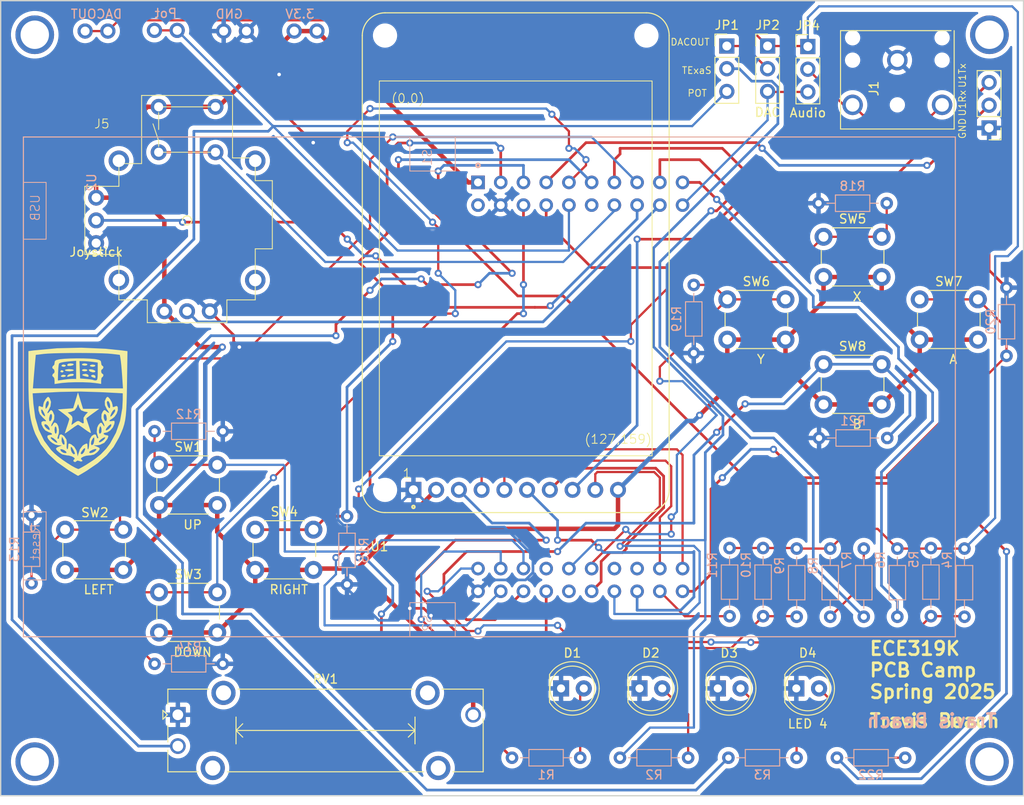
<source format=kicad_pcb>
(kicad_pcb (version 20241229) (generator "pcbnew") (generator_version "9.0")
  (title_block (title "ECE 319K Baseline Project Spring 2025") (date "2025-02-24") (rev "v1.0.1") (company "The University of Texas at Austin"))
  (layers (0 "F.Cu" signal) (2 "B.Cu" signal) (13 "F.Paste" user) (15 "B.Paste" user) (5 "F.SilkS" user "F.Silkscreen") (7 "B.SilkS" user "B.Silkscreen") (1 "F.Mask" user) (3 "B.Mask" user) (25 "Edge.Cuts" user))
  (net 0 "")
  (net 1 "GND")
  (net 2 "+3V3")
  (net 3 "PB9")
  (net 4 "PB15")
  (net 5 "PB8")
  (net 6 "PB7")
  (net 7 "PB6")
  (net 8 "PA13")
  (net 9 "+5V")
  (net 10 "Net-(D1-A)")
  (net 11 "PA25")
  (net 12 "Net-(D2-A)")
  (net 13 "PA8")
  (net 14 "PA26")
  (net 15 "PB24")
  (net 16 "PA27")
  (net 17 "PB2")
  (net 18 "PB3")
  (net 20 "PB12")
  (net 21 "PB17")
  (net 22 "PB0")
  (net 23 "PB16")
  (net 24 "PB19")
  (net 25 "PA22")
  (net 26 "PB18")
  (net 27 "PA18")
  (net 28 "PA24")
  (net 29 "PA17")
  (net 30 "PA16")
  (net 31 "PA15")
  (net 32 "PB4")
  (net 33 "PB1")
  (net 34 "PA28")
  (net 35 "PA31")
  (net 36 "PB20")
  (net 37 "PB13")
  (net 38 "PA10")
  (net 39 "Net-(D3-A)")
  (net 40 "Net-(D4-A)")
  (net 41 "Net-(J1-ring)")
  (net 42 "PB23")
  (net 43 "PA11")
  (net 44 "PA12")
  (net 53 "DACOUT")
  (net 54 "Net-(JP1-A)")
  (net 55 "Net-(R7-Pad1)")
  (footprint "ECE319K:PinHeader_1x03_P2.54mm_Vertical" (layer "F.Cu") (at 161.25 52.33 180)
    (property "Reference" "J3" (hide yes))
    (property "Value" "UART1")
  )
  (footprint "LOGO" (layer "F.Cu") (at 60.25 84.5)
    (property "Reference" "G***" (hide yes))
    (property "Value" "LOGO" (hide yes))
  )
  (footprint "ECE319K:PinHeader_1x03_P2.54mm_Vertical" (layer "F.Cu") (at 141 43.225)
    (property "Reference" "JP4")
    (property "Value" "Audio")
  )
  (footprint "ECE319K:SparkfunJoystick" (layer "F.Cu") (at 61.47 65.2075)
    (property "Reference" "J5")
    (property "Value" "Joystick")
  )
  (footprint "ECE319K:SW_PUSH_6mm" (layer "F.Cu") (at 58 97.25)
    (property "Reference" "SW2")
    (property "Value" "LEFT")
  )
  (footprint "ECE319K:SW_PUSH_6mm" (layer "F.Cu") (at 68.5 90)
    (property "Reference" "SW1")
    (property "Value" "UP")
  )
  (footprint "ECE319K:PTA2043pot" (layer "F.Cu") (at 70.6 117.95)
    (property "Reference" "RV1")
    (property "Value" "PTA2043")
  )
  (footprint "ECE319K:SW_PUSH_6mm" (layer "F.Cu") (at 132 71.5)
    (property "Reference" "SW6")
    (property "Value" "Y")
  )
  (footprint "ECE319K:SW_PUSH_6mm" (layer "F.Cu") (at 153.5 71.5)
    (property "Reference" "SW7")
    (property "Value" "A")
  )
  (footprint "ECE319K:LED_D5.0mm" (layer "F.Cu") (at 139.71 115)
    (property "Reference" "D4")
    (property "Value" "LED 4")
  )
  (footprint "ECE319K:MountingHole_4_40" (layer "F.Cu") (at 161.29 41.91)
    (property "Reference" "H2")
    (property "Value" "~")
  )
  (footprint "ECE319K:MountingHole_4_40" (layer "F.Cu") (at 161.29 123.19)
    (property "Reference" "H4")
    (property "Value" "~")
  )
  (footprint "ECE319K:MountingHole_4_40" (layer "F.Cu") (at 54.61 41.91)
    (property "Reference" "H1")
    (property "Value" "~")
  )
  (footprint "ECE319K:MountingHole_4_40" (layer "F.Cu") (at 54.61 123.19)
    (property "Reference" "H3")
    (property "Value" "~")
  )
  (footprint "ECE319K:LED_D5.0mm" (layer "F.Cu") (at 130.935 115)
    (property "Reference" "D3")
    (property "Value" "LED 3")
  )
  (footprint "ECE319K:SW_PUSH_6mm" (layer "F.Cu") (at 142.75 64.5)
    (property "Reference" "SW5")
    (property "Value" "X")
  )
  (footprint "ECE319K:SW_PUSH_6mm" (layer "F.Cu") (at 79.25 97.25)
    (property "Reference" "SW4")
    (property "Value" "RIGHT")
  )
  (footprint "ECE319K:Jack_3.5mm_CUI_SJ1-3523N_Horizontal" (layer "F.Cu") (at 151 44.75 180)
    (property "Reference" "J1")
    (property "Value" "AudioJack")
  )
  (footprint "ECE319K:SW_PUSH_6mm" (layer "F.Cu") (at 68.5 104.25)
    (property "Reference" "SW3")
    (property "Value" "DOWN")
  )
  (footprint "ECE319K:PinHeader_1x03_P2.54mm_Vertical" (layer "F.Cu") (at 136.5 43.17)
    (property "Reference" "JP2")
    (property "Value" "DAC")
  )
  (footprint "ECE319K:LED_D5.0mm" (layer "F.Cu") (at 113.42 115)
    (property "Reference" "D1")
    (property "Value" "LED 1")
  )
  (footprint "ECE319K:SW_PUSH_6mm" (layer "F.Cu") (at 142.75 78.75)
    (property "Reference" "SW8")
    (property "Value" "B")
  )
  (footprint "ECE319K:PinHeader_1x03_P2.54mm_Vertical" (layer "F.Cu") (at 131.945 43.17)
    (property "Reference" "JP1")
    (property "Value" "TExaS")
  )
  (footprint "ECE319K:LED_D5.0mm" (layer "F.Cu") (at 122.185 115)
    (property "Reference" "D2")
    (property "Value" "LED 2")
  )
  (footprint "ECE319K:adafruit_st7735r" (layer "F.Cu") (at 108.355 67.4)
    (property "Reference" "U1")
    (property "Value" "Adafruit ST7735R")
  )
  (footprint "ECE319K:R_Axial_DIN0204_L3.6mm_D1.6mm_P7.62mm_Horizontal" (layer "B.Cu") (at 132.25 99.305 -90)
    (property "Reference" "R11")
    (property "Value" "12k")
  )
  (footprint "ECE319K:Testpoint_1x02_P2.54mm" (layer "B.Cu") (at 70.525 41.42 90)
    (property "Reference" "TP3")
    (property "Value" "Pot")
  )
  (footprint "ECE319K:R_Axial_DIN0204_L3.6mm_D1.6mm_P7.62mm_Horizontal" (layer "B.Cu") (at 158.5 99.365 -90)
    (property "Reference" "R4")
    (property "Value" "1.5k")
  )
  (footprint "ECE319K:R_Axial_DIN0204_L3.6mm_D1.6mm_P7.62mm_Horizontal" (layer "B.Cu") (at 151 99.365 -90)
    (property "Reference" "R6")
    (property "Value" "1.5k")
  )
  (footprint "ECE319K:ti_LP_MSPM0G3507" (layer "B.Cu") (at 106.68 81.28 -90)
    (property "Reference" "U2")
    (property "Value" "LP-MSPM0G3507")
  )
  (footprint "ECE319K:R_Axial_DIN0204_L3.6mm_D1.6mm_P7.62mm_Horizontal" (layer "B.Cu") (at 149.81 60.75 180)
    (property "Reference" "R18")
    (property "Value" "10k")
  )
  (footprint "ECE319K:R_Axial_DIN0204_L3.6mm_D1.6mm_P7.62mm_Horizontal" (layer "B.Cu") (at 136 99.305 -90)
    (property "Reference" "R10")
    (property "Value" "12k")
  )
  (footprint "ECE319K:R_Axial_DIN0204_L3.6mm_D1.6mm_P7.62mm_Horizontal" (layer "B.Cu") (at 107.94 122.75)
    (property "Reference" "R1")
    (property "Value" "470")
  )
  (footprint "ECE319K:Testpoint_1x02_P2.54mm" (layer "B.Cu") (at 62.775 41.5 90)
    (property "Reference" "TP4")
    (property "Value" "DACOUT")
  )
  (footprint "ECE319K:Testpoint_1x02_P2.54mm" (layer "B.Cu") (at 86.14175 41.5 90)
    (property "Reference" "TP1")
    (property "Value" "3.3V")
  )
  (footprint "ECE319K:R_Axial_DIN0204_L3.6mm_D1.6mm_P7.62mm_Horizontal" (layer "B.Cu") (at 143.5 99.365 -90)
    (property "Reference" "R8")
    (property "Value" "1.5k")
  )
  (footprint "ECE319K:R_Axial_DIN0204_L3.6mm_D1.6mm_P7.62mm_Horizontal" (layer "B.Cu") (at 68 86.25)
    (property "Reference" "R12")
    (property "Value" "10k")
  )
  (footprint "ECE319K:R_Axial_DIN0204_L3.6mm_D1.6mm_P7.62mm_Horizontal" (layer "B.Cu") (at 149.87 87 180)
    (property "Reference" "R21")
    (property "Value" "10k")
  )
  (footprint "ECE319K:Testpoint_1x02_P2.54mm" (layer "B.Cu") (at 78.26 41.5 90)
    (property "Reference" "TP2")
    (property "Value" "GND")
  )
  (footprint "ECE319K:R_Axial_DIN0204_L3.6mm_D1.6mm_P7.62mm_Horizontal" (layer "B.Cu") (at 132.12 122.75)
    (property "Reference" "R3")
    (property "Value" "470")
  )
  (footprint "ECE319K:R_Axial_DIN0204_L3.6mm_D1.6mm_P7.62mm_Horizontal" (layer "B.Cu") (at 128.25 69.88 -90)
    (property "Reference" "R19")
    (property "Value" "10k")
  )
  (footprint "ECE319K:R_Axial_DIN0204_L3.6mm_D1.6mm_P7.62mm_Horizontal" (layer "B.Cu") (at 54.25 103.25 90)
    (property "Reference" "R13")
    (property "Value" "10k")
  )
  (footprint "ECE319K:R_Axial_DIN0204_L3.6mm_D1.6mm_P7.62mm_Horizontal" (layer "B.Cu") (at 120 122.75)
    (property "Reference" "R2")
    (property "Value" "470")
  )
  (footprint "ECE319K:R_Axial_DIN0204_L3.6mm_D1.6mm_P7.62mm_Horizontal" (layer "B.Cu") (at 89.5 95.75 -90)
    (property "Reference" "R15")
    (property "Value" "10k")
  )
  (footprint "ECE319K:R_Axial_DIN0204_L3.6mm_D1.6mm_P7.62mm_Horizontal" (layer "B.Cu") (at 139.75 99.365 -90)
    (property "Reference" "R9")
    (property "Value" "12k")
  )
  (footprint "ECE319K:R_Axial_DIN0204_L3.6mm_D1.6mm_P7.62mm_Horizontal" (layer "B.Cu") (at 68 112.25)
    (property "Reference" "R14")
    (property "Value" "10k")
  )
  (footprint "ECE319K:R_Axial_DIN0204_L3.6mm_D1.6mm_P7.62mm_Horizontal" (layer "B.Cu") (at 163.195 77.81 90)
    (property "Reference" "R20")
    (property "Value" "10k")
  )
  (footprint "ECE319K:R_Axial_DIN0204_L3.6mm_D1.6mm_P7.62mm_Horizontal" (layer "B.Cu") (at 154.75 99.305 -90)
    (property "Reference" "R5")
    (property "Value" "1.5k")
  )
  (footprint "ECE319K:R_Axial_DIN0204_L3.6mm_D1.6mm_P7.62mm_Horizontal" (layer "B.Cu") (at 147.25 99.365 -90)
    (property "Reference" "R7")
    (property "Value" "1.5k")
  )
  (footprint "ECE319K:R_Axial_DIN0204_L3.6mm_D1.6mm_P7.62mm_Horizontal" (layer "B.Cu") (at 144.25 122.75)
    (property "Reference" "R22")
    (property "Value" "470")
  )
  (gr_rect (start 50.8 38.1) (end 165.1 127) (stroke (width 0.15)) (fill no) (layer "Edge.Cuts"))
  (gr_text "U1Rx" (at 158.71 51.075 90) (layer "F.SilkS") (effects (font (size 0.762 0.762) (thickness 0.1016)) (justify left bottom)))
  (gr_text "GND" (at 158.71 53.615 90) (layer "F.SilkS") (effects (font (size 0.762 0.762) (thickness 0.1016)) (justify left bottom)))
  (gr_text "Travis Beach\n" (at 147.75 119.5 0) (layer "F.SilkS") (effects (font (size 1.5 1.5) (thickness 0.3) (bold yes)) (justify left bottom)))
  (gr_text "POT" (at 127.5 48.885 0) (layer "F.SilkS") (effects (font (size 0.762 0.762) (thickness 0.1016)) (justify left bottom)))
  (gr_text "U1Tx" (at 158.71 47.9 90) (layer "F.SilkS") (effects (font (size 0.762 0.762) (thickness 0.1016)) (justify left bottom)))
  (gr_text "ECE319K\nPCB Camp\nSpring 2025" (at 147.75 116.25 0) (layer "F.SilkS") (effects (font (size 1.5 1.5) (thickness 0.3) (bold yes)) (justify left bottom)))
  (gr_text "DACOUT" (at 125.595 43.17 0) (layer "F.SilkS") (effects (font (size 0.762 0.762) (thickness 0.1016)) (justify left bottom)))
  (gr_text "TExaS" (at 126.865 46.345 0) (layer "F.SilkS") (effects (font (size 0.762 0.762) (thickness 0.1016)) (justify left bottom)))
  (gr_text "Travis Beach\n" (at 162.25 119.5 0) (layer "B.SilkS") (effects (font (size 1.5 1.5) (thickness 0.3) (bold yes)) (justify left bottom mirror)))
  (segment (start 85.725 53.975) (end 81.915 50.165) (width 0.3) (layer "F.Cu") (net 1))
  (segment (start 98.07005 106.045) (end 98.882525 106.857475) (width 0.3) (layer "F.Cu") (net 1))
  (segment (start 76.835 76.2) (end 76.835 75.4925) (width 0.3) (layer "F.Cu") (net 1))
  (segment (start 77.47 76.835) (end 76.835 76.2) (width 0.3) (layer "F.Cu") (net 1))
  (segment (start 161.25 68.245) (end 163.195 70.19) (width 0.3) (layer "F.Cu") (net 1))
  (segment (start 76.835 75.4925) (end 74.17 72.8275) (width 0.3) (layer "F.Cu") (net 1))
  (segment (start 81.915 50.165) (end 81.915 46.355) (width 0.3) (layer "F.Cu") (net 1))
  (segment (start 96.52 106.045) (end 98.07005 106.045) (width 0.3) (layer "F.Cu") (net 1))
  (segment (start 161.25 52.33) (end 161.25 68.245) (width 0.3) (layer "F.Cu") (net 1))
  (via (at 85.725 53.975) (size 0.8) (drill 0.4) (layers "F.Cu" "B.Cu") (net 1))
  (via (at 81.915 46.355) (size 0.8) (drill 0.4) (layers "F.Cu" "B.Cu") (net 1))
  (via (at 77.47 76.835) (size 0.8) (drill 0.4) (layers "F.Cu" "B.Cu") (net 1))
  (via (at 98.882525 106.857475) (size 0.8) (drill 0.4) (layers "F.Cu" "B.Cu") (net 1))
  (via (at 96.52 106.045) (size 0.8) (drill 0.4) (layers "F.Cu" "B.Cu") (net 1))
  (segment (start 105.41 102.87) (end 109.450481 102.87) (width 0.3) (layer "B.Cu") (net 1))
  (segment (start 110.281 100.153546) (end 107.088454 96.961) (width 0.3) (layer "B.Cu") (net 1))
  (segment (start 92.974 96.751) (end 89.085372 96.751) (width 0.3) (layer "B.Cu") (net 1))
  (segment (start 104.14 104.14) (end 105.41 102.87) (width 0.3) (layer "B.Cu") (net 1))
  (segment (start 96.925 92.8) (end 92.974 96.751) (width 0.3) (layer "B.Cu") (net 1))
  (segment (start 89.5 103.37) (end 89.5 103.826364) (width 0.3) (layer "B.Cu") (net 1))
  (segment (start 110.281 102.039481) (end 110.281 100.153546) (width 0.3) (layer "B.Cu") (net 1))
  (segment (start 98.882525 106.857475) (end 101.422525 106.857475) (width 0.3) (layer "B.Cu") (net 1))
  (segment (start 88.499 96.164628) (end 88.499 87.864) (width 0.3) (layer "B.Cu") (net 1))
  (segment (start 93.054636 107.381) (end 95.184 107.381) (width 0.3) (layer "B.Cu") (net 1))
  (segment (start 89.085372 96.751) (end 88.499 96.164628) (width 0.3) (layer "B.Cu") (net 1))
  (segment (start 95.316 63.566) (end 85.725 53.975) (width 0.3) (layer "B.Cu") (net 1))
  (segment (start 107.088454 96.961) (end 101.086 96.961) (width 0.3) (layer "B.Cu") (net 1))
  (segment (start 109.450481 102.87) (end 110.281 102.039481) (width 0.3) (layer "B.Cu") (net 1))
  (segment (start 104.074 63.566) (end 95.316 63.566) (width 0.3) (layer "B.Cu") (net 1))
  (segment (start 89.5 103.826364) (end 93.054636 107.381) (width 0.3) (layer "B.Cu") (net 1))
  (segment (start 106.68 60.96) (end 104.074 63.566) (width 0.3) (layer "B.Cu") (net 1))
  (segment (start 81.915 45.155) (end 78.26 41.5) (width 0.3) (layer "B.Cu") (net 1))
  (segment (start 88.499 87.864) (end 77.47 76.835) (width 0.3) (layer "B.Cu") (net 1))
  (segment (start 81.915 46.355) (end 81.915 45.155) (width 0.3) (layer "B.Cu") (net 1))
  (segment (start 101.422525 106.857475) (end 104.14 104.14) (width 0.3) (layer "B.Cu") (net 1))
  (segment (start 101.086 96.961) (end 96.925 92.8) (width 0.3) (layer "B.Cu") (net 1))
  (segment (start 95.184 107.381) (end 96.52 106.045) (width 0.3) (layer "B.Cu") (net 1))
  (segment (start 132 81.36) (end 128.905 84.455) (width 0.5) (layer "F.Cu") (net 2))
  (segment (start 153.5 76) (end 153.5 79) (width 0.5) (layer "F.Cu") (net 2))
  (segment (start 83.60175 41.5) (end 86.14175 41.5) (width 0.5) (layer "F.Cu") (net 2))
  (segment (start 149.25 71.75) (end 153.5 76) (width 0.5) (layer "F.Cu") (net 2))
  (segment (start 75 94.5) (end 75 97.5) (width 0.5) (layer "F.Cu") (net 2))
  (segment (start 79.25 104.5) (end 79.25 101.75) (width 0.5) (layer "F.Cu") (net 2))
  (segment (start 95.4975 96.7675) (end 90.665 101.6) (width 0.5) (layer "F.Cu") (net 2))
  (segment (start 119.38 97.155) (end 95.885 97.155) (width 0.5) (layer "F.Cu") (net 2))
  (segment (start 95.885 97.155) (end 95.4975 96.7675) (width 0.5) (layer "F.Cu") (net 2))
  (segment (start 74.805 49.9675) (end 75.13425 49.9675) (width 0.5) (layer "F.Cu") (net 2))
  (segment (start 68.455 49.9675) (end 74.805 49.9675) (width 0.5) (layer "F.Cu") (net 2))
  (segment (start 149.25 69) (end 149.25 71.75) (width 0.5) (layer "F.Cu") (net 2))
  (segment (start 142.75 83.25) (end 149.25 83.25) (width 0.5) (layer "F.Cu") (net 2))
  (segment (start 73.0975 76.835) (end 69.09 72.8275) (width 0.5) (layer "F.Cu") (net 2))
  (segment (start 67.197765 49.9675) (end 61.47 55.695265) (width 0.5) (layer "F.Cu") (net 2))
  (segment (start 69.09 62.74) (end 69.09 72.8275) (width 0.5) (layer "F.Cu") (net 2))
  (segment (start 75 94.5) (end 68.5 94.5) (width 0.5) (layer "F.Cu") (net 2))
  (segment (start 75.13425 49.9675) (end 83.60175 41.5) (width 0.5) (layer "F.Cu") (net 2))
  (segment (start 138.5 79) (end 142.75 83.25) (width 0.5) (layer "F.Cu") (net 2))
  (segment (start 85.9 101.6) (end 85.75 101.75) (width 0.5) (layer "F.Cu") (net 2))
  (segment (start 132 76) (end 132 81.36) (width 0.5) (layer "F.Cu") (net 2))
  (segment (start 153.5 76) (end 160 76) (width 0.5) (layer "F.Cu") (net 2))
  (segment (start 61.47 55.695265) (end 61.47 60.1275) (width 0.5) (layer "F.Cu") (net 2))
  (segment (start 119.785 96.75) (end 119.38 97.155) (width 0.5) (layer "F.Cu") (net 2))
  (segment (start 86.14175 41.5) (end 103.06175 58.42) (width 0.5) (layer "F.Cu") (net 2))
  (segment (start 75 97.5) (end 79.25 101.75) (width 0.5) (layer "F.Cu") (net 2))
  (segment (start 103.06175 58.42) (end 104.14 58.42) (width 0.5) (layer "F.Cu") (net 2))
  (segment (start 66.4775 60.1275) (end 69.09 62.74) (width 0.5) (layer "F.Cu") (net 2))
  (segment (start 103.6 114.535) (end 90.665 101.6) (width 0.5) (layer "F.Cu") (net 2))
  (segment (start 61.47 60.1275) (end 66.4775 60.1275) (width 0.5) (layer "F.Cu") (net 2))
  (segment (start 75 108.75) (end 79.25 104.5) (width 0.5) (layer "F.Cu") (net 2))
  (segment (start 142.75 71.75) (end 138.5 76) (width 0.5) (layer "F.Cu") (net 2))
  (segment (start 99.465 92.8) (end 95.4975 96.7675) (width 0.5) (layer "F.Cu") (net 2))
  (segment (start 153.5 79) (end 149.25 83.25) (width 0.5) (layer "F.Cu") (net 2))
  (segment (start 90.665 101.6) (end 85.9 101.6) (width 0.5) (layer "F.Cu") (net 2))
  (segment (start 58 101.75) (end 64.5 101.75) (width 0.5) (layer "F.Cu") (net 2))
  (segment (start 103.6 117.95) (end 103.6 114.535) (width 0.5) (layer "F.Cu") (net 2))
  (segment (start 142.75 69) (end 142.75 71.75) (width 0.5) (layer "F.Cu") (net 2))
  (segment (start 138.5 76) (end 132 76) (width 0.5) (layer "F.Cu") (net 2))
  (segment (start 68.5 108.75) (end 75 108.75) (width 0.5) (layer "F.Cu") (net 2))
  (segment (start 138.5 76) (end 138.5 79) (width 0.5) (layer "F.Cu") (net 2))
  (segment (start 142.75 69) (end 149.25 69) (width 0.5) (layer "F.Cu") (net 2))
  (segment (start 119.785 92.8) (end 119.785 96.75) (width 0.5) (layer "F.Cu") (net 2))
  (segment (start 85.75 101.75) (end 79.25 101.75) (width 0.5) (layer "F.Cu") (net 2))
  (segment (start 68.5 94.5) (end 68.5 97.75) (width 0.5) (layer "F.Cu") (net 2))
  (segment (start 68.455 49.9675) (end 67.197765 49.9675) (width 0.5) (layer "F.Cu") (net 2))
  (segment (start 75.565 76.835) (end 73.0975 76.835) (width 0.5) (layer "F.Cu") (net 2))
  (segment (start 68.5 97.75) (end 64.5 101.75) (width 0.5) (layer "F.Cu") (net 2))
  (via (at 75.565 76.835) (size 0.8) (drill 0.4) (layers "F.Cu" "B.Cu") (net 2))
  (via (at 128.905 84.455) (size 0.8) (drill 0.4) (layers "F.Cu" "B.Cu") (net 2))
  (segment (start 68.5 94.5) (end 73.66 89.34) (width 0.5) (layer "B.Cu") (net 2))
  (segment (start 73.66 89.34) (end 73.66 78.74) (width 0.5) (layer "B.Cu") (net 2))
  (segment (start 73.66 78.74) (end 75.565 76.835) (width 0.5) (layer "B.Cu") (net 2))
  (segment (start 127.495 85.09) (end 119.785 92.8) (width 0.5) (layer "B.Cu") (net 2))
  (segment (start 128.27 85.09) (end 127.495 85.09) (width 0.5) (layer "B.Cu") (net 2))
  (segment (start 128.905 84.455) (end 128.27 85.09) (width 0.5) (layer "B.Cu") (net 2))
  (segment (start 119.38 55.88) (end 119.38 58.42) (width 0.3) (layer "F.Cu") (net 3))
  (segment (start 120.015 55.245) (end 119.38 55.88) (width 0.3) (layer "F.Cu") (net 3))
  (segment (start 131.445 54.61) (end 120.015 54.61) (width 0.3) (layer "F.Cu") (net 3))
  (segment (start 121.92 64.77) (end 128.905 64.77) (width 0.3) (layer "F.Cu") (net 3))
  (segment (start 135.255 58.42) (end 131.445 54.61) (width 0.3) (layer "F.Cu") (net 3))
  (segment (start 128.905 64.77) (end 135.255 58.42) (width 0.3) (layer "F.Cu") (net 3))
  (segment (start 120.015 54.61) (end 120.015 55.245) (width 0.3) (layer "F.Cu") (net 3))
  (via (at 121.92 64.77) (size 0.8) (drill 0.4) (layers "F.Cu" "B.Cu") (net 3))
  (segment (start 121.92 85.585) (end 121.92 64.77) (width 0.3) (layer "B.Cu") (net 3))
  (segment (start 114.705 92.8) (end 121.92 85.585) (width 0.3) (layer "B.Cu") (net 3))
  (segment (start 111.76 109.855) (end 111.76 104.14) (width 0.3) (layer "F.Cu") (net 4))
  (segment (start 111.76 98.425) (end 101.6 98.425) (width 0.3) (layer "F.Cu") (net 4))
  (segment (start 96.52 103.505) (end 102.87 109.855) (width 0.3) (layer "F.Cu") (net 4))
  (segment (start 102.87 109.855) (end 111.76 109.855) (width 0.3) (layer "F.Cu") (net 4))
  (segment (start 101.6 98.425) (end 96.52 103.505) (width 0.3) (layer "F.Cu") (net 4))
  (via (at 111.76 98.425) (size 0.8) (drill 0.4) (layers "F.Cu" "B.Cu") (net 4))
  (segment (start 105.715 96.51) (end 109.845 96.51) (width 0.3) (layer "B.Cu") (net 4))
  (segment (start 102.005 92.8) (end 105.715 96.51) (width 0.3) (layer "B.Cu") (net 4))
  (segment (start 109.845 96.51) (end 111.76 98.425) (width 0.3) (layer "B.Cu") (net 4))
  (segment (start 120.305364 99.801) (end 120.716 99.390364) (width 0.3) (layer "F.Cu") (net 5))
  (segment (start 120.716 98.961454) (end 124.886 94.791454) (width 0.3) (layer "F.Cu") (net 5))
  (segment (start 117.901 100.803364) (end 118.903364 99.801) (width 0.3) (layer "F.Cu") (net 5))
  (segment (start 124.886 91.263545) (end 124.001454 90.379) (width 0.3) (layer "F.Cu") (net 5))
  (segment (start 118.903364 99.801) (end 120.305364 99.801) (width 0.3) (layer "F.Cu") (net 5))
  (segment (start 117.901 103.079) (end 117.901 100.803364) (width 0.3) (layer "F.Cu") (net 5))
  (segment (start 114.586 90.379) (end 112.165 92.8) (width 0.3) (layer "F.Cu") (net 5))
  (segment (start 116.84 104.14) (end 117.901 103.079) (width 0.3) (layer "F.Cu") (net 5))
  (segment (start 124.886 94.791454) (end 124.886 91.263545) (width 0.3) (layer "F.Cu") (net 5))
  (segment (start 120.716 99.390364) (end 120.716 98.961454) (width 0.3) (layer "F.Cu") (net 5))
  (segment (start 124.001454 90.379) (end 114.586 90.379) (width 0.3) (layer "F.Cu") (net 5))
  (segment (start 120.015 99.06) (end 120.015 99.1) (width 0.25) (layer "F.Cu") (net 6))
  (segment (start 117.245 91.035) (end 117.475 90.805) (width 0.25) (layer "F.Cu") (net 6))
  (segment (start 117.475 90.805) (end 123.825 90.805) (width 0.25) (layer "F.Cu") (net 6))
  (segment (start 117.245 92.8) (end 117.245 91.035) (width 0.25) (layer "F.Cu") (net 6))
  (segment (start 124.46 94.615) (end 120.015 99.06) (width 0.25) (layer "F.Cu") (net 6))
  (segment (start 124.46 91.44) (end 124.46 94.615) (width 0.25) (layer "F.Cu") (net 6))
  (segment (start 123.825 90.805) (end 124.46 91.44) (width 0.25) (layer "F.Cu") (net 6))
  (via (at 120.015 99.1) (size 0.8) (drill 0.4) (layers "F.Cu" "B.Cu") (net 6))
  (segment (start 120.015 99.1) (end 120.055 99.06) (width 0.25) (layer "B.Cu") (net 6))
  (segment (start 128.905 99.695) (end 128.905 105.41) (width 0.25) (layer "B.Cu") (net 6))
  (segment (start 120.055 99.06) (end 128.27 99.06) (width 0.25) (layer "B.Cu") (net 6))
  (segment (start 119.38 106.68) (end 119.38 104.14) (width 0.25) (layer "B.Cu") (net 6))
  (segment (start 128.27 99.06) (end 128.905 99.695) (width 0.25) (layer "B.Cu") (net 6))
  (segment (start 127.635 106.68) (end 119.38 106.68) (width 0.25) (layer "B.Cu") (net 6))
  (segment (start 128.905 105.41) (end 127.635 106.68) (width 0.25) (layer "B.Cu") (net 6))
  (segment (start 116.8 98.425) (end 117.614798 99.239798) (width 0.3) (layer "F.Cu") (net 7))
  (segment (start 113.03 98.425) (end 116.8 98.425) (width 0.3) (layer "F.Cu") (net 7))
  (via (at 113.03 98.425) (size 0.8) (drill 0.4) (layers "F.Cu" "B.Cu") (net 7))
  (via (at 117.614798 99.239798) (size 0.8) (drill 0.4) (layers "F.Cu" "B.Cu") (net 7))
  (segment (start 128.27 99.695) (end 128.27 104.775) (width 0.3) (layer "B.Cu") (net 7))
  (segment (start 121.92 106.254) (end 121.92 104.14) (width 0.3) (layer "B.Cu") (net 7))
  (segment (start 126.791 106.254) (end 121.92 106.254) (width 0.3) (layer "B.Cu") (net 7))
  (segment (start 128.27 104.775) (end 126.791 106.254) (width 0.3) (layer "B.Cu") (net 7))
  (segment (start 128.164 99.801) (end 128.27 99.695) (width 0.3) (layer "B.Cu") (net 7))
  (segment (start 117.614798 99.239798) (end 118.176 99.801) (width 0.3) (layer "B.Cu") (net 7))
  (segment (start 118.176 99.801) (end 128.164 99.801) (width 0.3) (layer "B.Cu") (net 7))
  (segment (start 109.625 92.8) (end 113.03 96.205) (width 0.3) (layer "B.Cu") (net 7))
  (segment (start 113.03 96.205) (end 113.03 98.425) (width 0.3) (layer "B.Cu") (net 7))
  (segment (start 127 88.9) (end 126.365 88.265) (width 0.25) (layer "F.Cu") (net 8))
  (segment (start 104.545 89.13) (end 104.545 92.8) (width 0.25) (layer "F.Cu") (net 8))
  (segment (start 104.775 88.9) (end 104.545 89.13) (width 0.25) (layer "F.Cu") (net 8))
  (segment (start 127 101.6) (end 127 88.9) (width 0.25) (layer "F.Cu") (net 8))
  (segment (start 126.365 88.265) (end 104.775 88.265) (width 0.25) (layer "F.Cu") (net 8))
  (segment (start 104.775 88.265) (end 104.775 88.9) (width 0.25) (layer "F.Cu") (net 8))
  (segment (start 115.56 115.4) (end 115.96 115) (width 0.25) (layer "F.Cu") (net 10))
  (segment (start 115.56 122.75) (end 115.56 115.4) (width 0.25) (layer "F.Cu") (net 10))
  (segment (start 85.75 97.25) (end 87.25 95.75) (width 0.3) (layer "F.Cu") (net 11))
  (segment (start 94.615 76.2) (end 94.615 71.12) (width 0.3) (layer "F.Cu") (net 11))
  (segment (start 93.98 64.135) (end 93.98 55.245) (width 0.3) (layer "F.Cu") (net 11))
  (segment (start 87.25 95.75) (end 89.5 95.75) (width 0.3) (layer "F.Cu") (net 11))
  (segment (start 95.21 54.015) (end 96.52 54.015) (width 0.3) (layer "F.Cu") (net 11))
  (segment (start 85.75 97.25) (end 79.25 97.25) (width 0.3) (layer "F.Cu") (net 11))
  (segment (start 90.805 67.31) (end 93.98 64.135) (width 0.3) (layer "F.Cu") (net 11))
  (segment (start 106.68 54.61) (end 106.68 58.42) (width 0.3) (layer "F.Cu") (net 11))
  (segment (start 93.98 55.245) (end 95.21 54.015) (width 0.3) (layer "F.Cu") (net 11))
  (segment (start 94.615 71.12) (end 90.805 67.31) (width 0.3) (layer "F.Cu") (net 11))
  (via (at 106.68 54.61) (size 0.8) (drill 0.4) (layers "F.Cu" "B.Cu") (net 11))
  (via (at 96.52 54.015) (size 0.8) (drill 0.4) (layers "F.Cu" "B.Cu") (net 11))
  (via (at 94.615 76.2) (size 0.8) (drill 0.4) (layers "F.Cu" "B.Cu") (net 11))
  (segment (start 96.52 54.015) (end 106.085 54.015) (width 0.3) (layer "B.Cu") (net 11))
  (segment (start 89.5 81.315) (end 94.615 76.2) (width 0.3) (layer "B.Cu") (net 11))
  (segment (start 89.5 95.75) (end 89.5 81.315) (width 0.3) (layer "B.Cu") (net 11))
  (segment (start 106.085 54.015) (end 106.68 54.61) (width 0.3) (layer "B.Cu") (net 11))
  (segment (start 127.62 117.895) (end 124.725 115) (width 0.25) (layer "F.Cu") (net 12))
  (segment (start 127.62 122.75) (end 127.62 117.895) (width 0.25) (layer "F.Cu") (net 12))
  (segment (start 135.255 53.975) (end 116.205 53.975) (width 0.3) (layer "F.Cu") (net 13))
  (segment (start 161.25 49.79) (end 154.525 56.515) (width 0.3) (layer "F.Cu") (net 13))
  (segment (start 135.89 54.61) (end 135.255 53.975) (width 0.3) (layer "F.Cu") (net 13))
  (segment (start 116.205 53.975) (end 111.76 58.42) (width 0.3) (layer "F.Cu") (net 13))
  (segment (start 154.525 56.515) (end 154.305 56.515) (width 0.3) (layer "F.Cu") (net 13))
  (via (at 135.89 54.61) (size 0.8) (drill 0.4) (layers "F.Cu" "B.Cu") (net 13))
  (via (at 154.305 56.515) (size 0.8) (drill 0.4) (layers "F.Cu" "B.Cu") (net 13))
  (segment (start 137.795 56.515) (end 135.89 54.61) (width 0.3) (layer "B.Cu") (net 13))
  (segment (start 154.305 56.515) (end 137.795 56.515) (width 0.3) (layer "B.Cu") (net 13))
  (segment (start 89.535 52.705) (end 92.075 50.165) (width 0.25) (layer "F.Cu") (net 14))
  (segment (start 112.395 50.8) (end 114.3 52.705) (width 0.25) (layer "F.Cu") (net 14))
  (segment (start 99.695 68.58) (end 99.695 63.5) (width 0.25) (layer "F.Cu") (net 14))
  (segment (start 68.5 104.25) (end 65.295 104.25) (width 0.25) (layer "F.Cu") (net 14))
  (segment (start 114.3 52.705) (end 114.3 54.61) (width 0.25) (layer "F.Cu") (net 14))
  (segment (start 89.535 53.975) (end 89.535 52.705) (width 0.25) (layer "F.Cu") (net 14))
  (segment (start 99.63 73.09) (end 101.6 73.09) (width 0.25) (layer "F.Cu") (net 14))
  (segment (start 68.5 104.25) (end 75 104.25) (width 0.25) (layer "F.Cu") (net 14))
  (segment (start 116.205 55.88) (end 116.205 56.515) (width 0.25) (layer "F.Cu") (net 14))
  (segment (start 116.205 56.515) (end 114.3 58.42) (width 0.25) (layer "F.Cu") (net 14))
  (segment (start 99.695 63.5) (end 99.06 62.865) (width 0.25) (layer "F.Cu") (net 14))
  (segment (start 81.28 91.44) (end 99.63 73.09) (width 0.25) (layer "F.Cu") (net 14))
  (segment (start 65.295 104.25) (end 64.77 104.775) (width 0.25) (layer "F.Cu") (net 14))
  (segment (start 64.77 104.775) (end 64.77 109.02) (width 0.25) (layer "F.Cu") (net 14))
  (segment (start 64.77 109.02) (end 68 112.25) (width 0.25) (layer "F.Cu") (net 14))
  (via (at 112.395 50.8) (size 0.8) (drill 0.4) (layers "F.Cu" "B.Cu") (net 14))
  (via (at 89.535 53.975) (size 0.8) (drill 0.4) (layers "F.Cu" "B.Cu") (net 14))
  (via (at 92.075 50.165) (size 0.8) (drill 0.4) (layers "F.Cu" "B.Cu") (net 14))
  (via (at 99.695 68.58) (size 0.8) (drill 0.4) (layers "F.Cu" "B.Cu") (net 14))
  (via (at 114.3 54.61) (size 0.8) (drill 0.4) (layers "F.Cu" "B.Cu") (net 14))
  (via (at 99.06 62.865) (size 0.8) (drill 0.4) (layers "F.Cu" "B.Cu") (net 14))
  (via (at 101.6 73.09) (size 0.8) (drill 0.4) (layers "F.Cu" "B.Cu") (net 14))
  (via (at 116.205 55.88) (size 0.8) (drill 0.4) (layers "F.Cu" "B.Cu") (net 14))
  (via (at 81.28 91.44) (size 0.8) (drill 0.4) (layers "F.Cu" "B.Cu") (net 14))
  (segment (start 101.6 73.09) (end 101.6 70.485) (width 0.25) (layer "B.Cu") (net 14))
  (segment (start 111.76 50.165) (end 112.395 50.8) (width 0.25) (layer "B.Cu") (net 14))
  (segment (start 114.935 54.61) (end 116.205 55.88) (width 0.25) (layer "B.Cu") (net 14))
  (segment (start 92.075 50.165) (end 111.76 50.165) (width 0.25) (layer "B.Cu") (net 14))
  (segment (start 101.6 70.485) (end 99.695 68.58) (width 0.25) (layer "B.Cu") (net 14))
  (segment (start 114.3 54.61) (end 114.935 54.61) (width 0.25) (layer "B.Cu") (net 14))
  (segment (start 90.17 53.975) (end 89.535 53.975) (width 0.25) (layer "B.Cu") (net 14))
  (segment (start 116.205 55.88) (end 116.064975 56.020025) (width 0.25) (layer "B.Cu") (net 14))
  (segment (start 75 97.72) (end 81.28 91.44) (width 0.25) (layer "B.Cu") (net 14))
  (segment (start 75 104.25) (end 75 97.72) (width 0.25) (layer "B.Cu") (net 14))
  (segment (start 99.06 62.865) (end 90.17 53.975) (width 0.25) (layer "B.Cu") (net 14))
  (segment (start 108.585 71.12) (end 95.25 57.785) (width 0.3) (layer "F.Cu") (net 15))
  (segment (start 95.25 57.785) (end 95.25 55.88) (width 0.3) (layer "F.Cu") (net 15))
  (segment (start 113.665 71.12) (end 108.585 71.12) (width 0.3) (layer "F.Cu") (net 15))
  (segment (start 155.575 92.075) (end 134.62 92.075) (width 0.3) (layer "F.Cu") (net 15))
  (segment (start 134.62 92.075) (end 113.665 71.12) (width 0.3) (layer "F.Cu") (net 15))
  (segment (start 163.195 99.695) (end 155.575 92.075) (width 0.3) (layer "F.Cu") (net 15))
  (via (at 163.195 99.695) (size 0.8) (drill 0.4) (layers "F.Cu" "B.Cu") (net 15))
  (via (at 95.25 55.88) (size 0.8) (drill 0.4) (layers "F.Cu" "B.Cu") (net 15))
  (segment (start 161.29 117.475) (end 163.195 115.57) (width 0.3) (layer "B.Cu") (net 15))
  (segment (start 163.195 115.57) (end 163.195 99.695) (width 0.3) (layer "B.Cu") (net 15))
  (segment (start 153.67 125.095) (end 161.29 117.475) (width 0.3) (layer "B.Cu") (net 15))
  (segment (start 146.595 125.095) (end 153.67 125.095) (width 0.3) (layer "B.Cu") (net 15))
  (segment (start 114.3 55.88) (end 116.84 58.42) (width 0.3) (layer "B.Cu") (net 15))
  (segment (start 95.25 55.88) (end 114.3 55.88) (width 0.3) (layer "B.Cu") (net 15))
  (segment (start 144.25 122.75) (end 146.595 125.095) (width 0.3) (layer "B.Cu") (net 15))
  (segment (start 70.485 78.105) (end 77.47 78.105) (width 0.25) (layer "F.Cu") (net 16))
  (segment (start 92.075 63.5) (end 92.075 55.88) (width 0.25) (layer "F.Cu") (net 16))
  (segment (start 54.25 103.25) (end 54.25 101) (width 0.25) (layer "F.Cu") (net 16))
  (segment (start 54.25 101) (end 58 97.25) (width 0.25) (layer "F.Cu") (net 16))
  (segment (start 69.215 78.105) (end 70.485 78.105) (width 0.25) (layer "F.Cu") (net 16))
  (segment (start 64.135 96.885) (end 64.135 83.185) (width 0.25) (layer "F.Cu") (net 16))
  (segment (start 64.135 83.185) (end 69.215 78.105) (width 0.25) (layer "F.Cu") (net 16))
  (segment (start 64.5 97.25) (end 58 97.25) (width 0.25) (layer "F.Cu") (net 16))
  (segment (start 77.47 78.105) (end 92.075 63.5) (width 0.25) (layer "F.Cu") (net 16))
  (segment (start 92.075 55.88) (end 94.615 53.34) (width 0.25) (layer "F.Cu") (net 16))
  (segment (start 64.5 97.25) (end 64.135 96.885) (width 0.25) (layer "F.Cu") (net 16))
  (via (at 94.615 53.34) (size 0.8) (drill 0.4) (layers "F.Cu" "B.Cu") (net 16))
  (segment (start 94.615 53.34) (end 116.84 53.34) (width 0.25) (layer "B.Cu") (net 16))
  (segment (start 116.84 53.34) (end 121.92 58.42) (width 0.25) (layer "B.Cu") (net 16))
  (segment (start 130.175 61.595) (end 130.81 61.595) (width 0.3) (layer "F.Cu") (net 17))
  (segment (start 128.905 55.88) (end 124.46 55.88) (width 0.3) (layer "F.Cu") (net 17))
  (segment (start 130.81 61.595) (end 132.715 59.69) (width 0.3) (layer "F.Cu") (net 17))
  (segment (start 124.46 55.88) (end 124.46 58.42) (width 0.3) (layer "F.Cu") (net 17))
  (segment (start 132.715 59.69) (end 128.905 55.88) (width 0.3) (layer "F.Cu") (net 17))
  (via (at 130.175 61.595) (size 0.8) (drill 0.4) (layers "F.Cu" "B.Cu") (net 17))
  (segment (start 134.62 86.995) (end 124.46 76.835) (width 0.3) (layer "B.Cu") (net 17))
  (segment (start 137.16 86.995) (end 134.62 86.995) (width 0.3) (layer "B.Cu") (net 17))
  (segment (start 141.605 100.965) (end 141.605 91.44) (width 0.3) (layer "B.Cu") (net 17))
  (segment (start 141.605 91.44) (end 137.16 86.995) (width 0.3) (layer "B.Cu") (net 17))
  (segment (start 124.46 67.31) (end 129.54 62.23) (width 0.3) (layer "B.Cu") (net 17))
  (segment (start 141.605 101.34) (end 141.605 100.965) (width 0.3) (layer "B.Cu") (net 17))
  (segment (start 129.54 62.23) (end 130.175 61.595) (width 0.3) (layer "B.Cu") (net 17))
  (segment (start 147.25 106.985) (end 141.605 101.34) (width 0.3) (layer "B.Cu") (net 17))
  (segment (start 124.46 76.835) (end 124.46 67.31) (width 0.3) (layer "B.Cu") (net 17))
  (segment (start 128.905 58.42) (end 127 58.42) (width 0.3) (layer "F.Cu") (net 18))
  (segment (start 130.81 60.325) (end 128.905 58.42) (width 0.3) (layer "F.Cu") (net 18))
  (via (at 130.81 60.325) (size 0.8) (drill 0.4) (layers "F.Cu" "B.Cu") (net 18))
  (segment (start 141.605 72.39) (end 141.605 71.12) (width 0.3) (layer "B.Cu") (net 18))
  (segment (start 153.67 80.645) (end 151.13 78.105) (width 0.3) (layer "B.Cu") (net 18))
  (segment (start 151 105.28) (end 149.225 103.505) (width 0.3) (layer "B.Cu") (net 18))
  (segment (start 151 106.985) (end 151 105.28) (width 0.3) (layer "B.Cu") (net 18))
  (segment (start 151.13 78.105) (end 151.13 76.835) (width 0.3) (layer "B.Cu") (net 18))
  (segment (start 154.94 85.09) (end 154.94 81.915) (width 0.3) (layer "B.Cu") (net 18))
  (segment (start 149.225 90.805) (end 154.94 85.09) (width 0.3) (layer "B.Cu") (net 18))
  (segment (start 138.43 67.945) (end 130.81 60.325) (width 0.3) (layer "B.Cu") (net 18))
  (segment (start 149.225 103.505) (end 149.225 90.805) (width 0.3) (layer "B.Cu") (net 18))
  (segment (start 141.605 71.12) (end 138.43 67.945) (width 0.3) (layer "B.Cu") (net 18))
  (segment (start 146.685 72.39) (end 141.605 72.39) (width 0.3) (layer "B.Cu") (net 18))
  (segment (start 154.94 81.915) (end 153.67 80.645) (width 0.3) (layer "B.Cu") (net 18))
  (segment (start 151.13 76.835) (end 146.685 72.39) (width 0.3) (layer "B.Cu") (net 18))
  (segment (start 142.75 64.5) (end 149.25 64.5) (width 0.25) (layer "F.Cu") (net 20))
  (segment (start 149.81 63.94) (end 149.25 64.5) (width 0.25) (layer "F.Cu") (net 20))
  (segment (start 90.805 92.71) (end 90.805 97.83) (width 0.25) (layer "F.Cu") (net 20))
  (segment (start 130.175 67.31) (end 128.27 67.31) (width 0.25) (layer "F.Cu") (net 20))
  (segment (start 90.805 97.83) (end 88.265 100.37) (width 0.25) (layer "F.Cu") (net 20))
  (segment (start 128.27 67.31) (end 121.22 74.36) (width 0.25) (layer "F.Cu") (net 20))
  (segment (start 121.22 74.36) (end 121.22 76.2) (width 0.25) (layer "F.Cu") (net 20))
  (segment (start 142.75 64.5) (end 139.94 67.31) (width 0.25) (layer "F.Cu") (net 20))
  (segment (start 149.81 60.75) (end 149.81 63.94) (width 0.25) (layer "F.Cu") (net 20))
  (segment (start 139.94 67.31) (end 130.175 67.31) (width 0.25) (layer "F.Cu") (net 20))
  (via (at 88.265 100.37) (size 0.8) (drill 0.4) (layers "F.Cu" "B.Cu") (net 20))
  (via (at 90.805 92.71) (size 0.8) (drill 0.4) (layers "F.Cu" "B.Cu") (net 20))
  (via (at 121.22 76.2) (size 0.8) (drill 0.4) (layers "F.Cu" "B.Cu") (net 20))
  (segment (start 88.265 100.37) (end 88.265 102.235) (width 0.25) (layer "B.Cu") (net 20))
  (segment (start 121.22 76.2) (end 107.315 76.2) (width 0.25) (layer "B.Cu") (net 20))
  (segment (start 86.995 107.95) (end 102.87 107.95) (width 0.25) (layer "B.Cu") (net 20))
  (segment (start 86.995 103.505) (end 86.995 107.95) (width 0.25) (layer "B.Cu") (net 20))
  (segment (start 88.265 102.235) (end 86.995 103.505) (width 0.25) (layer "B.Cu") (net 20))
  (segment (start 102.87 107.95) (end 106.68 104.14) (width 0.25) (layer "B.Cu") (net 20))
  (segment (start 107.315 76.2) (end 90.805 92.71) (width 0.25) (layer "B.Cu") (net 20))
  (segment (start 100.33 104.775) (end 102.87 107.315) (width 0.3) (layer "F.Cu") (net 21))
  (segment (start 106.045 107.315) (end 109.22 104.14) (width 0.3) (layer "F.Cu") (net 21))
  (segment (start 113.03 99.695) (end 102.87 99.695) (width 0.3) (layer "F.Cu") (net 21))
  (segment (start 100.33 102.235) (end 100.33 104.775) (width 0.3) (layer "F.Cu") (net 21))
  (segment (start 102.87 107.315) (end 106.045 107.315) (width 0.3) (layer "F.Cu") (net 21))
  (segment (start 102.87 99.695) (end 100.33 102.235) (width 0.3) (layer "F.Cu") (net 21))
  (segment (start 133.985 83.185) (end 130.81 86.36) (width 0.3) (layer "F.Cu") (net 21))
  (via (at 113.03 99.695) (size 0.8) (drill 0.4) (layers "F.Cu" "B.Cu") (net 21))
  (via (at 130.81 86.36) (size 0.8) (drill 0.4) (layers "F.Cu" "B.Cu") (net 21))
  (via (at 133.985 83.185) (size 0.8) (drill 0.4) (layers "F.Cu" "B.Cu") (net 21))
  (segment (start 142.75 78.75) (end 149.25 78.75) (width 0.3) (layer "B.Cu") (net 21))
  (segment (start 138.315 83.185) (end 133.985 83.185) (width 0.3) (layer "B.Cu") (net 21))
  (segment (start 128.27 88.9) (end 128.27 96.52) (width 0.3) (layer "B.Cu") (net 21))
  (segment (start 149.87 87) (end 152.4 84.47) (width 0.3) (layer "B.Cu") (net 21))
  (segment (start 130.81 86.36) (end 128.27 88.9) (width 0.3) (layer "B.Cu") (net 21))
  (segment (start 128.27 96.52) (end 116.205 96.52) (width 0.3) (layer "B.Cu") (net 21))
  (segment (start 116.205 96.52) (end 113.03 99.695) (width 0.3) (layer "B.Cu") (net 21))
  (segment (start 152.4 81.9) (end 149.25 78.75) (width 0.3) (layer "B.Cu") (net 21))
  (segment (start 142.75 78.75) (end 138.315 83.185) (width 0.3) (layer "B.Cu") (net 21))
  (segment (start 152.4 84.47) (end 152.4 81.9) (width 0.3) (layer "B.Cu") (net 21))
  (segment (start 127.245 106.925) (end 124.46 104.14) (width 0.25) (layer "F.Cu") (net 22))
  (segment (start 132.25 106.925) (end 127.245 106.925) (width 0.25) (layer "F.Cu") (net 22))
  (segment (start 139.7 91.44) (end 149.86 91.44) (width 0.3) (layer "F.Cu") (net 23))
  (segment (start 128.27 104.14) (end 130.175 102.235) (width 0.3) (layer "F.Cu") (net 23))
  (segment (start 137.16 88.265) (end 139.7 90.805) (width 0.3) (layer "F.Cu") (net 23))
  (segment (start 139.7 90.805) (end 139.7 91.44) (width 0.3) (layer "F.Cu") (net 23))
  (segment (start 130.175 102.235) (end 130.175 92.71) (width 0.3) (layer "F.Cu") (net 23))
  (segment (start 153.5 71.5) (end 160 71.5) (width 0.25) (layer "F.Cu") (net 23))
  (segment (start 163.195 74.695) (end 163.195 77.81) (width 0.25) (layer "F.Cu") (net 23))
  (segment (start 160 71.5) (end 163.195 74.695) (width 0.25) (layer "F.Cu") (net 23))
  (segment (start 163.195 77.81) (end 149.86 91.145) (width 0.25) (layer "F.Cu") (net 23))
  (segment (start 127 104.14) (end 128.27 104.14) (width 0.3) (layer "F.Cu") (net 23))
  (segment (start 149.86 91.145) (end 149.86 91.44) (width 0.25) (layer "F.Cu") (net 23))
  (segment (start 130.175 92.71) (end 131.445 91.44) (width 0.3) (layer "F.Cu") (net 23))
  (via (at 131.445 91.44) (size 0.8) (drill 0.4) (layers "F.Cu" "B.Cu") (net 23))
  (via (at 137.16 88.265) (size 0.8) (drill 0.4) (layers "F.Cu" "B.Cu") (net 23))
  (segment (start 134.62 88.265) (end 137.16 88.265) (width 0.3) (layer "B.Cu") (net 23))
  (segment (start 131.445 91.44) (end 134.62 88.265) (width 0.3) (layer "B.Cu") (net 23))
  (segment (start 109.22 60.96) (end 109.22 69.85) (width 0.3) (layer "F.Cu") (net 24))
  (segment (start 93.345 118.745) (end 94.615 120.015) (width 0.3) (layer "F.Cu") (net 24))
  (segment (start 108.52 73.09) (end 91.44 90.17) (width 0.3) (layer "F.Cu") (net 24))
  (segment (start 94.615 120.015) (end 105.205 120.015) (width 0.3) (layer "F.Cu") (net 24))
  (segment (start 92.550202 98.583427) (end 90.76363 100.369999) (width 0.3) (layer "F.Cu") (net 24))
  (segment (start 92.550202 97.630202) (end 92.550202 98.583427) (width 0.3) (layer "F.Cu") (net 24))
  (segment (start 109.22 73.09) (end 108.52 73.09) (width 0.3) (layer "F.Cu") (net 24))
  (segment (start 92.075 97.155) (end 92.550202 97.630202) (width 0.3) (layer "F.Cu") (net 24))
  (segment (start 92.075 90.805) (end 92.075 97.155) (width 0.3) (layer "F.Cu") (net 24))
  (segment (start 93.345 106.68) (end 93.345 118.745) (width 0.3) (layer "F.Cu") (net 24))
  (segment (start 105.205 120.015) (end 107.94 122.75) (width 0.3) (layer "F.Cu") (net 24))
  (segment (start 91.44 90.17) (end 92.075 90.805) (width 0.3) (layer "F.Cu") (net 24))
  (via (at 109.22 73.09) (size 0.8) (drill 0.4) (layers "F.Cu" "B.Cu") (net 24))
  (via (at 90.76363 100.369999) (size 0.8) (drill 0.4) (layers "F.Cu" "B.Cu") (net 24))
  (via (at 93.345 106.68) (size 0.8) (drill 0.4) (layers "F.Cu" "B.Cu") (net 24))
  (via (at 109.22 69.85) (size 0.8) (drill 0.4) (layers "F.Cu" "B.Cu") (net 24))
  (segment (start 109.22 69.85) (end 109.22 73.09) (width 0.3) (layer "B.Cu") (net 24))
  (segment (start 94.615 103.505) (end 94.615 105.41) (width 0.3) (layer "B.Cu") (net 24))
  (segment (start 90.76363 100.369999) (end 91.479999 100.369999) (width 0.3) (layer "B.Cu") (net 24))
  (segment (start 94.615 105.41) (end 93.345 106.68) (width 0.3) (layer "B.Cu") (net 24))
  (segment (start 91.479999 100.369999) (end 94.615 103.505) (width 0.3) (layer "B.Cu") (net 24))
  (segment (start 127 67.945) (end 116.84 67.945) (width 0.3) (layer "F.Cu") (net 25))
  (segment (start 116.84 67.945) (end 111.76 62.865) (width 0.3) (layer "F.Cu") (net 25))
  (segment (start 111.76 62.865) (end 111.76 60.96) (width 0.3) (layer "F.Cu") (net 25))
  (segment (start 149.89319 58.60681) (end 136.33819 58.60681) (width 0.3) (layer "F.Cu") (net 25))
  (segment (start 161.25 47.25) (end 149.89319 58.60681) (width 0.3) (layer "F.Cu") (net 25))
  (segment (start 161.25 47.585) (end 161.29 47.625) (width 0.3) (layer "F.Cu") (net 25))
  (segment (start 161.25 47.25) (end 161.25 47.585) (width 0.3) (layer "F.Cu") (net 25))
  (segment (start 136.33819 58.60681) (end 127 67.945) (width 0.3) (layer "F.Cu") (net 25))
  (segment (start 67.985 41.42) (end 70.525 41.42) (width 0.25) (layer "F.Cu") (net 26))
  (segment (start 131.945 48.25) (end 128.0725 52.1225) (width 0.25) (layer "B.Cu") (net 26))
  (segment (start 81.2275 52.1225) (end 95.145 66.04) (width 0.25) (layer "B.Cu") (net 26))
  (segment (start 81.28 52.1225) (end 81.2275 52.1225) (width 0.25) (layer "B.Cu") (net 26))
  (segment (start 52.07 75.565) (end 61.595 75.565) (width 0.3) (layer "B.Cu") (net 26))
  (segment (start 80.6975 52.705) (end 81.28 52.1225) (width 0.3) (layer "B.Cu") (net 26))
  (segment (start 114.3 66.04) (end 114.3 60.96) (width 0.25) (layer "B.Cu") (net 26))
  (segment (start 95.145 66.04) (end 114.3 66.04) (width 0.25) (layer "B.Cu") (net 26))
  (segment (start 70.525 41.42) (end 81.2275 52.1225) (width 0.25) (layer "B.Cu") (net 26))
  (segment (start 72.39 64.77) (end 72.39 52.705) (width 0.3) (layer "B.Cu") (net 26))
  (segment (start 66.205 121.45) (end 52.07 107.315) (width 0.3) (layer "B.Cu") (net 26))
  (segment (start 72.39 52.705) (end 80.6975 52.705) (width 0.3) (layer "B.Cu") (net 26))
  (segment (start 52.07 107.315) (end 52.07 75.565) (width 0.3) (layer "B.Cu") (net 26))
  (segment (start 70.6 121.45) (end 66.205 121.45) (width 0.3) (layer "B.Cu") (net 26))
  (segment (start 61.595 75.565) (end 72.39 64.77) (width 0.3) (layer "B.Cu") (net 26))
  (segment (start 128.0725 52.1225) (end 81.28 52.1225) (width 0.25) (layer "B.Cu") (net 26))
  (segment (start 68.455 55.0475) (end 74.805 55.0475) (width 0.25) (layer "F.Cu") (net 28))
  (segment (start 113.665 67.31) (end 119.38 61.595) (width 0.25) (layer "B.Cu") (net 28))
  (segment (start 87.0675 67.31) (end 113.665 67.31) (width 0.25) (layer "B.Cu") (net 28))
  (segment (start 74.805 55.0475) (end 87.0675 67.31) (width 0.25) (layer "B.Cu") (net 28))
  (segment (start 119.38 61.595) (end 119.38 60.96) (width 0.25) (layer "B.Cu") (net 28))
  (segment (start 112.04005 72.39) (end 112.217525 72.212525) (width 0.3) (layer "F.Cu") (net 29))
  (segment (start 110.49 72.39) (end 112.04005 72.39) (width 0.3) (layer "F.Cu") (net 29))
  (segment (start 87.63 62.865) (end 89.535 64.77) (width 0.3) (layer "F.Cu") (net 29))
  (segment (start 98.465 72.39) (end 110.49 72.39) (width 0.3) (layer "F.Cu") (net 29))
  (segment (start 71.12 62.865) (end 87.63 62.865) (width 0.3) (layer "F.Cu") (net 29))
  (segment (start 92.71 66.635) (end 98.465 72.39) (width 0.3) (layer "F.Cu") (net 29))
  (via (at 89.535 64.77) (size 0.8) (drill 0.4) (layers "F.Cu" "B.Cu") (net 29))
  (via (at 71.12 62.865) (size 0.8) (drill 0.4) (layers "F.Cu" "B.Cu") (net 29))
  (via (at 112.217525 72.212525) (size 0.8) (drill 0.4) (layers "F.Cu" "B.Cu") (net 29))
  (via (at 92.71 66.635) (size 0.8) (drill 0.4) (layers "F.Cu" "B.Cu") (net 29))
  (segment (start 70.9225 62.6675) (end 71.12 62.865) (width 0.3) (layer "B.Cu") (net 29))
  (segment (start 89.535 64.77) (end 91.4 66.635) (width 0.3) (layer "B.Cu") (net 29))
  (segment (start 121.92 62.51005) (end 121.92 60.96) (width 0.3) (layer "B.Cu") (net 29))
  (segment (start 112.217525 72.212525) (end 121.92 62.51005) (width 0.3) (layer "B.Cu") (net 29))
  (segment (start 61.47 62.6675) (end 70.9225 62.6675) (width 0.3) (layer "B.Cu") (net 29))
  (segment (start 91.4 66.635) (end 92.71 66.635) (width 0.3) (layer "B.Cu") (net 29))
  (segment (start 72.82 74.0175) (end 111.4025 74.0175) (width 0.3) (layer "B.Cu") (net 30))
  (segment (start 71.63 72.8275) (end 72.82 74.0175) (width 0.3) (layer "B.Cu") (net 30))
  (segment (start 111.4025 74.0175) (end 124.46 60.96) (width 0.3) (layer "B.Cu") (net 30))
  (segment (start 136.555 48.305) (end 136.5 48.25) (width 0.25) (layer "F.Cu") (net 31))
  (segment (start 141 48.305) (end 136.555 48.305) (width 0.25) (layer "F.Cu") (net 31))
  (segment (start 136.5 51.46) (end 136.5 48.25) (width 0.25) (layer "B.Cu") (net 31))
  (segment (start 127 60.96) (end 136.5 51.46) (width 0.25) (layer "B.Cu") (net 31))
  (segment (start 114.895 109.815) (end 113.03 107.95) (width 0.25) (layer "F.Cu") (net 32))
  (segment (start 154.75 106.925) (end 151.82 109.855) (width 0.25) (layer "F.Cu") (net 32))
  (segment (start 151.82 109.855) (end 134.62 109.855) (width 0.25) (layer "F.Cu") (net 32))
  (segment (start 130.175 109.815) (end 114.895 109.815) (width 0.25) (layer "F.Cu") (net 32))
  (segment (start 158.44 106.925) (end 158.5 106.985) (width 0.25) (layer "F.Cu") (net 32))
  (segment (start 154.75 106.925) (end 158.44 106.925) (width 0.25) (layer "F.Cu") (net 32))
  (segment (start 104.14 108.585) (end 102.91 108.585) (width 0.25) (layer "F.Cu") (net 32))
  (segment (start 102.91 108.585) (end 98.465 104.14) (width 0.25) (layer "F.Cu") (net 32))
  (via (at 113.03 107.95) (size 0.8) (drill 0.4) (layers "F.Cu" "B.Cu") (net 32))
  (via (at 104.14 108.585) (size 0.8) (drill 0.4) (layers "F.Cu" "B.Cu") (net 32))
  (via (at 98.465 104.14) (size 0.8) (drill 0.4) (layers "F.Cu" "B.Cu") (net 32))
  (via (at 134.62 109.855) (size 0.8) (drill 0.4) (layers "F.Cu" "B.Cu") (net 32))
  (via (at 130.175 109.815) (size 0.8) (drill 0.4) (layers "F.Cu" "B.Cu") (net 32))
  (segment (start 130.215 109.855) (end 130.175 109.815) (width 0.25) (layer "B.Cu") (net 32))
  (segment (start 104.775 107.95) (end 104.14 108.585) (width 0.25) (layer "B.Cu") (net 32))
  (segment (start 102.235 101.6) (end 104.14 101.6) (width 0.25) (layer "B.Cu") (net 32))
  (segment (start 98.465 104.14) (end 99.695 104.14) (width 0.25) (layer "B.Cu") (net 32))
  (segment (start 134.62 109.855) (end 130.215 109.855) (width 0.25) (layer "B.Cu") (net 32))
  (segment (start 99.695 104.14) (end 102.235 101.6) (width 0.25) (layer "B.Cu") (net 32))
  (segment (start 113.03 107.95) (end 104.775 107.95) (width 0.25) (layer "B.Cu") (net 32))
  (segment (start 132.435 110.49) (end 101.005 110.49) (width 0.25) (layer "F.Cu") (net 33))
  (segment (start 101.005 110.49) (end 97.79 107.275) (width 0.25) (layer "F.Cu") (net 33))
  (segment (start 136 106.925) (end 132.435 110.49) (width 0.25) (layer "F.Cu") (net 33))
  (segment (start 136 106.925) (end 139.69 106.925) (width 0.25) (layer "F.Cu") (net 33))
  (segment (start 139.69 106.925) (end 139.75 106.985) (width 0.25) (layer "F.Cu") (net 33))
  (via (at 97.79 107.275) (size 0.8) (drill 0.4) (layers "F.Cu" "B.Cu") (net 33))
  (segment (start 100.33 99.695) (end 106.68 99.695) (width 0.25) (layer "B.Cu") (net 33))
  (segment (start 97.79 107.275) (end 97.79 102.235) (width 0.25) (layer "B.Cu") (net 33))
  (segment (start 97.79 102.235) (end 100.33 99.695) (width 0.25) (layer "B.Cu") (net 33))
  (segment (start 106.68 99.695) (end 106.68 101.6) (width 0.25) (layer "B.Cu") (net 33))
  (segment (start 68.5 90) (end 75 90) (width 0.25) (layer "F.Cu") (net 34))
  (segment (start 68 86.25) (end 68 89.5) (width 0.25) (layer "F.Cu") (net 34))
  (segment (start 68 89.5) (end 68.5 90) (width 0.25) (layer "F.Cu") (net 34))
  (segment (start 82.38 90) (end 82.55 90.17) (width 0.25) (layer "B.Cu") (net 34))
  (segment (start 75 90) (end 82.38 90) (width 0.25) (layer "B.Cu") (net 34))
  (segment (start 82.55 90.17) (end 82.55 99.695) (width 0.25) (layer "B.Cu") (net 34))
  (segment (start 107.95 98.425) (end 109.22 99.695) (width 0.25) (layer "B.Cu") (net 34))
  (segment (start 92.075 99.695) (end 93.345 98.425) (width 0.25) (layer "B.Cu") (net 34))
  (segment (start 93.345 98.425) (end 107.95 98.425) (width 0.25) (layer "B.Cu") (net 34))
  (segment (start 82.55 99.695) (end 92.075 99.695) (width 0.25) (layer "B.Cu") (net 34))
  (segment (start 109.22 99.695) (end 109.22 101.6) (width 0.25) (layer "B.Cu") (net 34))
  (segment (start 123.759 76.801546) (end 131.511 84.553546) (width 0.3) (layer "B.Cu") (net 36))
  (segment (start 134.729 47.099) (end 136.97676 47.099) (width 0.3) (layer "B.Cu") (net 36))
  (segment (start 137.651 47.77324) (end 137.651 51.857636) (width 0.3) (layer "B.Cu") (net 36))
  (segment (start 129.54 98.425) (end 117.475 98.425) (width 0.25) (layer "B.Cu") (net 36))
  (segment (start 129.54 88.621364) (end 129.54 98.425) (width 0.3) (layer "B.Cu") (net 36))
  (segment (start 128.27 119.38) (end 128.27 108.585) (width 0.25) (layer "B.Cu") (net 36))
  (segment (start 131.511 86.650364) (end 129.54 88.621364) (width 0.3) (layer "B.Cu") (net 36))
  (segment (start 131.511 84.553546) (end 131.511 86.650364) (width 0.3) (layer "B.Cu") (net 36))
  (segment (start 133.34 45.71) (end 134.729 47.099) (width 0.3) (layer "B.Cu") (net 36))
  (segment (start 131.945 45.71) (end 133.34 45.71) (width 0.3) (layer "B.Cu") (net 36))
  (segment (start 117.475 98.425) (end 114.3 101.6) (width 0.25) (layer "B.Cu") (net 36))
  (segment (start 120 122.75) (end 123.37 119.38) (width 0.25) (layer "B.Cu") (net 36))
  (segment (start 137.651 51.857636) (end 123.759 65.749636) (width 0.3) (layer "B.Cu") (net 36))
  (segment (start 136.97676 47.099) (end 137.651 47.77324) (width 0.3) (layer "B.Cu") (net 36))
  (segment (start 128.27 108.585) (end 129.54 107.315) (width 0.25) (layer "B.Cu") (net 36))
  (segment (start 123.759 65.749636) (end 123.759 76.801546) (width 0.3) (layer "B.Cu") (net 36))
  (segment (start 123.37 119.38) (end 128.27 119.38) (width 0.25) (layer "B.Cu") (net 36))
  (segment (start 129.54 107.315) (end 129.54 98.425) (width 0.25) (layer "B.Cu") (net 36))
  (segment (start 132 71.5) (end 138.5 71.5) (width 0.25) (layer "F.Cu") (net 37))
  (segment (start 116.84 101.03) (end 116.84 101.6) (width 0.25) (layer "F.Cu") (net 37))
  (segment (start 132 71.5) (end 124.46 79.04) (width 0.25) (layer "F.Cu") (net 37))
  (segment (start 128.25 69.88) (end 130.38 69.88) (width 0.25) (layer "F.Cu") (net 37))
  (segment (start 130.38 69.88) (end 132 71.5) (width 0.25) (layer "F.Cu") (net 37))
  (segment (start 120.65 97.22) (end 116.84 101.03) (width 0.25) (layer "F.Cu") (net 37))
  (segment (start 124.46 79.04) (end 124.46 80.645) (width 0.25) (layer "F.Cu") (net 37))
  (segment (start 125.73 95.82) (end 125.73 97.75) (width 0.25) (layer "F.Cu") (net 37))
  (via (at 120.65 97.22) (size 0.8) (drill 0.4) (layers "F.Cu" "B.Cu") (net 37))
  (via (at 124.46 80.645) (size 0.8) (drill 0.4) (layers "F.Cu" "B.Cu") (net 37))
  (via (at 125.73 95.82) (size 0.8) (drill 0.4) (layers "F.Cu" "B.Cu") (net 37))
  (via (at 125.73 97.75) (size 0.8) (drill 0.4) (layers "F.Cu" "B.Cu") (net 37))
  (segment (start 126.365 88.9) (end 126.365 95.25) (width 0.25) (layer "B.Cu") (net 37))
  (segment (start 124.46 80.645) (end 127 80.645) (width 0.25) (layer "B.Cu") (net 37))
  (segment (start 125.795 95.82) (end 125.73 95.82) (width 0.25) (layer "B.Cu") (net 37))
  (segment (start 125.73 97.75) (end 121.18 97.75) (width 0.25) (layer "B.Cu") (net 37))
  (segment (start 127 80.645) (end 130.81 84.455) (width 0.25) (layer "B.Cu") (net 37))
  (segment (start 121.18 97.75) (end 120.65 97.22) (width 0.25) (layer "B.Cu") (net 37))
  (segment (start 126.365 95.25) (end 125.795 95.82) (width 0.25) (layer "B.Cu") (net 37))
  (segment (start 130.81 84.455) (end 126.365 88.9) (width 0.25) (layer "B.Cu") (net 37))
  (segment (start 139.74 121.265) (end 139.74 122.75) (width 0.25) (layer "F.Cu") (net 39))
  (segment (start 133.475 115) (end 139.74 121.265) (width 0.25) (layer "F.Cu") (net 39))
  (segment (start 150 122.75) (end 151.87 122.75) (width 0.25) (layer "F.Cu") (net 40))
  (segment (start 142.25 115) (end 150 122.75) (width 0.25) (layer "F.Cu") (net 40))
  (segment (start 147.143 50.893) (end 154.857 50.893) (width 0.25) (layer "F.Cu") (net 41))
  (segment (start 146 49.75) (end 147.143 50.893) (width 0.25) (layer "F.Cu") (net 41))
  (segment (start 154.857 50.893) (end 156 49.75) (width 0.25) (layer "F.Cu") (net 41))
  (segment (start 144.985 49.75) (end 146 49.75) (width 0.25) (layer "F.Cu") (net 41))
  (segment (start 141 45.765) (end 144.985 49.75) (width 0.25) (layer "F.Cu") (net 41))
  (segment (start 97.79 69.215) (end 98.425 69.85) (width 0.3) (layer "F.Cu") (net 42))
  (segment (start 98.425 69.85) (end 104.14 69.85) (width 0.3) (layer "F.Cu") (net 42))
  (segment (start 99.695 60.325) (end 99.695 57.15) (width 0.3) (layer "F.Cu") (net 42))
  (segment (start 88.265 74.295) (end 92.075 70.485) (width 0.3) (layer "F.Cu") (net 42))
  (segment (start 107.95 68.58) (end 99.695 60.325) (width 0.3) (layer "F.Cu") (net 42))
  (segment (start 88.265 75.565) (end 88.265 74.295) (width 0.3) (layer "F.Cu") (net 42))
  (via (at 99.695 57.15) (size 0.8) (drill 0.4) (layers "F.Cu" "B.Cu") (net 42))
  (via (at 88.265 75.565) (size 0.8) (drill 0.4) (layers "F.Cu" "B.Cu") (net 42))
  (via (at 92.075 70.485) (size 0.8) (drill 0.4) (layers "F.Cu" "B.Cu") (net 42))
  (via (at 104.14 69.85) (size 0.8) (drill 0.4) (layers "F.Cu" "B.Cu") (net 42))
  (via (at 107.95 68.58) (size 0.8) (drill 0.4) (layers "F.Cu" "B.Cu") (net 42))
  (via (at 97.79 69.215) (size 0.8) (drill 0.4) (layers "F.Cu" "B.Cu") (net 42))
  (segment (start 66.04 95.885) (end 66.04 83.82) (width 0.3) (layer "B.Cu") (net 42))
  (segment (start 78.74 106.68) (end 71.12 106.68) (width 0.3) (layer "B.Cu") (net 42))
  (segment (start 92.075 70.485) (end 93.345 69.215) (width 0.3) (layer "B.Cu") (net 42))
  (segment (start 98.425 126.365) (end 78.74 106.68) (width 0.3) (layer "B.Cu") (net 42))
  (segment (start 109.22 56.515) (end 109.22 58.42) (width 0.3) (layer "B.Cu") (net 42))
  (segment (start 105.41 68.58) (end 107.95 68.58) (width 0.3) (layer "B.Cu") (net 42))
  (segment (start 128.505 126.365) (end 98.425 126.365) (width 0.3) (layer "B.Cu") (net 42))
  (segment (start 71.12 106.68) (end 71.12 100.965) (width 0.3) (layer "B.Cu") (net 42))
  (segment (start 74.295 75.565) (end 88.265 75.565) (width 0.3) (layer "B.Cu") (net 42))
  (segment (start 66.04 83.82) (end 74.295 75.565) (width 0.3) (layer "B.Cu") (net 42))
  (segment (start 71.12 100.965) (end 66.04 95.885) (width 0.3) (layer "B.Cu") (net 42))
  (segment (start 104.14 69.85) (end 105.41 68.58) (width 0.3) (layer "B.Cu") (net 42))
  (segment (start 100.33 56.515) (end 109.22 56.515) (width 0.3) (layer "B.Cu") (net 42))
  (segment (start 93.345 69.215) (end 97.79 69.215) (width 0.3) (layer "B.Cu") (net 42))
  (segment (start 99.695 57.15) (end 100.33 56.515) (width 0.3) (layer "B.Cu") (net 42))
  (segment (start 132.12 122.75) (end 128.505 126.365) (width 0.3) (layer "B.Cu") (net 42))
  (segment (start 124.46 95.885) (end 125.73 94.615) (width 0.25) (layer "F.Cu") (net 44))
  (segment (start 107.95 89.535) (end 107.085 90.4) (width 0.25) (layer "F.Cu") (net 44))
  (segment (start 125.73 90.17) (end 125.095 89.535) (width 0.25) (layer "F.Cu") (net 44))
  (segment (start 125.73 94.615) (end 125.73 90.17) (width 0.25) (layer "F.Cu") (net 44))
  (segment (start 107.085 90.4) (end 107.085 92.8) (width 0.25) (layer "F.Cu") (net 44))
  (segment (start 125.095 89.535) (end 107.95 89.535) (width 0.25) (layer "F.Cu") (net 44))
  (segment (start 124.46 101.6) (end 124.46 95.885) (width 0.25) (layer "F.Cu") (net 44))
  (segment (start 60.235 41.5) (end 62.775 41.5) (width 0.25) (layer "F.Cu") (net 53))
  (segment (start 139.69 99.305) (end 139.75 99.365) (width 0.25) (layer "F.Cu") (net 53))
  (segment (start 133.624 40.294) (end 136.5 43.17) (width 0.25) (layer "F.Cu") (net 53))
  (segment (start 139.75 99.365) (end 143.5 99.365) (width 0.25) (layer "F.Cu") (net 53))
  (segment (start 136 99.305) (end 139.69 99.305) (width 0.25) (layer "F.Cu") (net 53))
  (segment (start 132.25 99.305) (end 136 99.305) (width 0.25) (layer "F.Cu") (net 53))
  (segment (start 63.981 40.294) (end 133.624 40.294) (width 0.25) (layer "F.Cu") (net 53))
  (segment (start 151 99.365) (end 154.69 99.365) (width 0.25) (layer "F.Cu") (net 53))
  (segment (start 155.185 99.305) (end 155.245 99.365) (width 0.25) (layer "F.Cu") (net 53))
  (segment (start 145.71 97.155) (end 148.79 97.155) (width 0.25) (layer "F.Cu") (net 53))
  (segment (start 136.5 43.17) (end 140.945 43.17) (width 0.25) (layer "F.Cu") (net 53))
  (segment (start 154.69 99.365) (end 154.75 99.305) (width 0.25) (layer "F.Cu") (net 53))
  (segment (start 148.79 97.155) (end 151 99.365) (width 0.25) (layer "F.Cu") (net 53))
  (segment (start 154.75 99.305) (end 155.185 99.305) (width 0.25) (layer "F.Cu") (net 53))
  (segment (start 62.775 41.5) (end 63.981 40.294) (width 0.25) (layer "F.Cu") (net 53))
  (segment (start 155.245 99.365) (end 158.5 99.365) (width 0.25) (layer "F.Cu") (net 53))
  (segment (start 140.945 43.17) (end 141 43.225) (width 0.25) (layer "F.Cu") (net 53))
  (segment (start 143.5 99.365) (end 145.71 97.155) (width 0.25) (layer "F.Cu") (net 53))
  (segment (start 161.925 66.675) (end 161.925 95.94) (width 0.25) (layer "B.Cu") (net 53))
  (segment (start 164.465 65.554727) (end 163.344727 66.675) (width 0.25) (layer "B.Cu") (net 53))
  (segment (start 163.83 38.735) (end 164.465 39.37) (width 0.25) (layer "B.Cu") (net 53))
  (segment (start 141 39.975) (end 142.24 38.735) (width 0.25) (layer "B.Cu") (net 53))
  (segment (start 164.465 39.37) (end 164.465 65.554727) (width 0.25) (layer "B.Cu") (net 53))
  (segment (start 141 43.225) (end 141 39.975) (width 0.25) (layer "B.Cu") (net 53))
  (segment (start 163.344727 66.675) (end 161.925 66.675) (width 0.25) (layer "B.Cu") (net 53))
  (segment (start 161.925 95.94) (end 158.5 99.365) (width 0.25) (layer "B.Cu") (net 53))
  (segment (start 142.24 38.735) (end 163.83 38.735) (width 0.25) (layer "B.Cu") (net 53))
  (segment (start 136.5 45.71) (end 133.96 43.17) (width 0.25) (layer "F.Cu") (net 54))
  (segment (start 133.96 43.17) (end 131.945 43.17) (width 0.25) (layer "F.Cu") (net 54))
  (segment (start 143.5 106.985) (end 147.25 103.235) (width 0.25) (layer "F.Cu") (net 55))
  (segment (start 147.25 103.235) (end 147.25 99.365) (width 0.25) (layer "F.Cu") (net 55))
  (zone (net 1) (net_name "GND") (layer "B.Cu") (connect_pads (clearance 0.5)) (min_thickness 0.25) (fill yes (thermal_gap 0.5) (thermal_bridge_width 0.5))
    (polygon (pts (xy 50.8 38.1) (xy 165.1 38.1) (xy 165.1 127) (xy 50.8 127)))
  )
)
</source>
